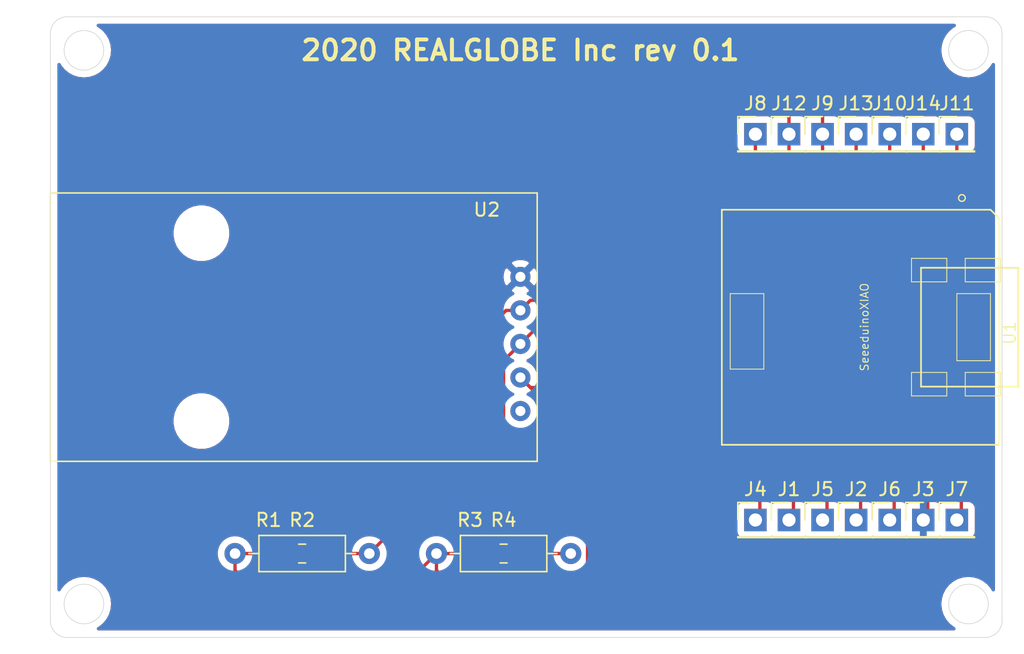
<source format=kicad_pcb>
(kicad_pcb (version 20171130) (host pcbnew "(5.1.2-1)-1")
  (layers (0 F.Cu signal) (31 B.Cu signal) (34 B.Paste user) (35 F.Paste user) (36 B.SilkS user) (37 F.SilkS user) (38 B.Mask user) (39 F.Mask user) (44 Edge.Cuts user))
  (net 0 "")
  (net 1 "Net-(J1-Pad1)")
  (net 2 "Net-(J2-Pad1)")
  (net 3 GND)
  (net 4 "Net-(J4-Pad1)")
  (net 5 "Net-(J5-Pad1)")
  (net 6 "Net-(J7-Pad1)")
  (net 7 "Net-(J8-Pad1)")
  (net 8 "Net-(J9-Pad1)")
  (net 9 "Net-(J10-Pad1)")
  (net 10 "Net-(J11-Pad1)")
  (net 11 "Net-(J12-Pad1)")
  (net 12 "Net-(J13-Pad1)")
  (net 13 "Net-(J14-Pad1)")
  (net 14 +3V3)
  (net 15 "Net-(U1-Pad15)")
  (net 16 "Net-(U1-Pad16)")
  (net 17 "Net-(U1-Pad17)")
  (net 18 "Net-(U1-Pad18)")
  (net 19 "Net-(U1-Pad19)")
  (net 20 "Net-(U1-Pad20)")
  (net 21 "Net-(U2-Pad5)")
  (module ina226:ina226 (layer F.Cu) (at 36.83 70.49)
    (fp_text reference U2 (at 33.02 -19.05) (layer F.SilkS))
    (fp_text value INA226)
    (fp_line (start 0 -20.32) (end 0 0) (layer F.SilkS) (width 0.12))
    (fp_line (start 36.83 -20.32) (end 0 -20.32) (layer F.SilkS) (width 0.12))
    (fp_line (start 36.83 0) (end 36.83 -20.32) (layer F.SilkS) (width 0.12))
    (fp_line (start 0 0) (end 36.83 0) (layer F.SilkS) (width 0.12))
    (pad "" np_thru_hole circle (at 11.43 -17.272) (size 3.2 3.2) (drill 3.2) (layers *.Cu *.Mask))
    (pad "" np_thru_hole circle (at 11.43 -3.048) (size 3.2 3.2) (drill 3.2) (layers *.Cu *.Mask))
    (pad 1 thru_hole circle (at 35.56 -13.97) (size 1.524 1.524) (drill 0.762) (layers *.Cu *.Mask) (net 3 GND))
    (pad 2 thru_hole circle (at 35.56 -11.43) (size 1.524 1.524) (drill 0.762) (layers *.Cu *.Mask) (net 8 "Net-(J9-Pad1)"))
    (pad 3 thru_hole circle (at 35.56 -8.89) (size 1.524 1.524) (drill 0.762) (layers *.Cu *.Mask) (net 11 "Net-(J12-Pad1)"))
    (pad 4 thru_hole circle (at 35.56 -6.35) (size 1.524 1.524) (drill 0.762) (layers *.Cu *.Mask) (net 14 +3V3))
    (pad 5 thru_hole circle (at 35.56 -3.81) (size 1.524 1.524) (drill 0.762) (layers *.Cu *.Mask) (net 21 "Net-(U2-Pad5)"))
  )
  (module Connector_PinHeader_2.54mm:PinHeader_1x01_P2.54mm_Vertical (layer F.Cu) (at 92.71 74.93)
    (fp_text reference J1 (at 0 -2.33) (layer F.SilkS))
    (fp_text value Conn_01x01)
    (fp_line (start -1.33 1.33) (end 1.33 1.33) (layer F.SilkS) (width 0.12))
    (fp_line (start -1.33 1.27) (end -1.33 1.33) (layer F.SilkS) (width 0.12))
    (fp_line (start 1.33 1.27) (end 1.33 1.33) (layer F.SilkS) (width 0.12))
    (fp_line (start -1.33 1.27) (end 1.33 1.27) (layer F.SilkS) (width 0.12))
    (fp_line (start -1.33 0) (end -1.33 -1.33) (layer F.SilkS) (width 0.12))
    (fp_line (start -1.33 -1.33) (end 0 -1.33) (layer F.SilkS) (width 0.12))
    (pad 1 thru_hole rect (at 0 0) (size 1.7 1.7) (drill 1) (layers *.Cu *.Mask) (net 1 "Net-(J1-Pad1)"))
  )
  (module Connector_PinHeader_2.54mm:PinHeader_1x01_P2.54mm_Vertical (layer F.Cu) (at 97.79 74.93)
    (fp_text reference J2 (at 0 -2.33) (layer F.SilkS))
    (fp_text value Conn_01x01)
    (fp_line (start -1.33 1.33) (end 1.33 1.33) (layer F.SilkS) (width 0.12))
    (fp_line (start -1.33 1.27) (end -1.33 1.33) (layer F.SilkS) (width 0.12))
    (fp_line (start 1.33 1.27) (end 1.33 1.33) (layer F.SilkS) (width 0.12))
    (fp_line (start -1.33 1.27) (end 1.33 1.27) (layer F.SilkS) (width 0.12))
    (fp_line (start -1.33 0) (end -1.33 -1.33) (layer F.SilkS) (width 0.12))
    (fp_line (start -1.33 -1.33) (end 0 -1.33) (layer F.SilkS) (width 0.12))
    (pad 1 thru_hole rect (at 0 0) (size 1.7 1.7) (drill 1) (layers *.Cu *.Mask) (net 2 "Net-(J2-Pad1)"))
  )
  (module Connector_PinHeader_2.54mm:PinHeader_1x01_P2.54mm_Vertical (layer F.Cu) (at 102.87 74.93)
    (fp_text reference J3 (at 0 -2.33) (layer F.SilkS))
    (fp_text value Conn_01x01)
    (fp_line (start -1.33 1.33) (end 1.33 1.33) (layer F.SilkS) (width 0.12))
    (fp_line (start -1.33 1.27) (end -1.33 1.33) (layer F.SilkS) (width 0.12))
    (fp_line (start 1.33 1.27) (end 1.33 1.33) (layer F.SilkS) (width 0.12))
    (fp_line (start -1.33 1.27) (end 1.33 1.27) (layer F.SilkS) (width 0.12))
    (fp_line (start -1.33 0) (end -1.33 -1.33) (layer F.SilkS) (width 0.12))
    (fp_line (start -1.33 -1.33) (end 0 -1.33) (layer F.SilkS) (width 0.12))
    (pad 1 thru_hole rect (at 0 0) (size 1.7 1.7) (drill 1) (layers *.Cu *.Mask) (net 3 GND))
  )
  (module Connector_PinHeader_2.54mm:PinHeader_1x01_P2.54mm_Vertical (layer F.Cu) (at 90.17 74.93)
    (fp_text reference J4 (at 0 -2.33) (layer F.SilkS))
    (fp_text value Conn_01x01)
    (fp_line (start -1.33 -1.33) (end 0 -1.33) (layer F.SilkS) (width 0.12))
    (fp_line (start -1.33 0) (end -1.33 -1.33) (layer F.SilkS) (width 0.12))
    (fp_line (start -1.33 1.27) (end 1.33 1.27) (layer F.SilkS) (width 0.12))
    (fp_line (start 1.33 1.27) (end 1.33 1.33) (layer F.SilkS) (width 0.12))
    (fp_line (start -1.33 1.27) (end -1.33 1.33) (layer F.SilkS) (width 0.12))
    (fp_line (start -1.33 1.33) (end 1.33 1.33) (layer F.SilkS) (width 0.12))
    (pad 1 thru_hole rect (at 0 0) (size 1.7 1.7) (drill 1) (layers *.Cu *.Mask) (net 4 "Net-(J4-Pad1)"))
  )
  (module Connector_PinHeader_2.54mm:PinHeader_1x01_P2.54mm_Vertical (layer F.Cu) (at 95.25 74.93)
    (fp_text reference J5 (at 0 -2.33) (layer F.SilkS))
    (fp_text value Conn_01x01)
    (fp_line (start -1.33 -1.33) (end 0 -1.33) (layer F.SilkS) (width 0.12))
    (fp_line (start -1.33 0) (end -1.33 -1.33) (layer F.SilkS) (width 0.12))
    (fp_line (start -1.33 1.27) (end 1.33 1.27) (layer F.SilkS) (width 0.12))
    (fp_line (start 1.33 1.27) (end 1.33 1.33) (layer F.SilkS) (width 0.12))
    (fp_line (start -1.33 1.27) (end -1.33 1.33) (layer F.SilkS) (width 0.12))
    (fp_line (start -1.33 1.33) (end 1.33 1.33) (layer F.SilkS) (width 0.12))
    (pad 1 thru_hole rect (at 0 0) (size 1.7 1.7) (drill 1) (layers *.Cu *.Mask) (net 5 "Net-(J5-Pad1)"))
  )
  (module Connector_PinHeader_2.54mm:PinHeader_1x01_P2.54mm_Vertical (layer F.Cu) (at 100.33 74.93)
    (fp_text reference J6 (at 0 -2.33) (layer F.SilkS))
    (fp_text value Conn_01x01)
    (fp_line (start -1.33 -1.33) (end 0 -1.33) (layer F.SilkS) (width 0.12))
    (fp_line (start -1.33 0) (end -1.33 -1.33) (layer F.SilkS) (width 0.12))
    (fp_line (start -1.33 1.27) (end 1.33 1.27) (layer F.SilkS) (width 0.12))
    (fp_line (start 1.33 1.27) (end 1.33 1.33) (layer F.SilkS) (width 0.12))
    (fp_line (start -1.33 1.27) (end -1.33 1.33) (layer F.SilkS) (width 0.12))
    (fp_line (start -1.33 1.33) (end 1.33 1.33) (layer F.SilkS) (width 0.12))
    (pad 1 thru_hole rect (at 0 0) (size 1.7 1.7) (drill 1) (layers *.Cu *.Mask) (net 14 +3V3))
  )
  (module Connector_PinHeader_2.54mm:PinHeader_1x01_P2.54mm_Vertical (layer F.Cu) (at 105.41 74.93)
    (fp_text reference J7 (at 0 -2.33) (layer F.SilkS))
    (fp_text value Conn_01x01)
    (fp_line (start -1.33 -1.33) (end 0 -1.33) (layer F.SilkS) (width 0.12))
    (fp_line (start -1.33 0) (end -1.33 -1.33) (layer F.SilkS) (width 0.12))
    (fp_line (start -1.33 1.27) (end 1.33 1.27) (layer F.SilkS) (width 0.12))
    (fp_line (start 1.33 1.27) (end 1.33 1.33) (layer F.SilkS) (width 0.12))
    (fp_line (start -1.33 1.27) (end -1.33 1.33) (layer F.SilkS) (width 0.12))
    (fp_line (start -1.33 1.33) (end 1.33 1.33) (layer F.SilkS) (width 0.12))
    (pad 1 thru_hole rect (at 0 0) (size 1.7 1.7) (drill 1) (layers *.Cu *.Mask) (net 6 "Net-(J7-Pad1)"))
  )
  (module Connector_PinHeader_2.54mm:PinHeader_1x01_P2.54mm_Vertical (layer F.Cu) (at 90.17 45.72)
    (fp_text reference J8 (at 0 -2.33) (layer F.SilkS))
    (fp_text value Conn_01x01)
    (fp_line (start -1.33 1.33) (end 1.33 1.33) (layer F.SilkS) (width 0.12))
    (fp_line (start -1.33 1.27) (end -1.33 1.33) (layer F.SilkS) (width 0.12))
    (fp_line (start 1.33 1.27) (end 1.33 1.33) (layer F.SilkS) (width 0.12))
    (fp_line (start -1.33 1.27) (end 1.33 1.27) (layer F.SilkS) (width 0.12))
    (fp_line (start -1.33 0) (end -1.33 -1.33) (layer F.SilkS) (width 0.12))
    (fp_line (start -1.33 -1.33) (end 0 -1.33) (layer F.SilkS) (width 0.12))
    (pad 1 thru_hole rect (at 0 0) (size 1.7 1.7) (drill 1) (layers *.Cu *.Mask) (net 7 "Net-(J8-Pad1)"))
  )
  (module Connector_PinHeader_2.54mm:PinHeader_1x01_P2.54mm_Vertical (layer F.Cu) (at 95.25 45.72)
    (fp_text reference J9 (at 0 -2.33) (layer F.SilkS))
    (fp_text value Conn_01x01)
    (fp_line (start -1.33 1.33) (end 1.33 1.33) (layer F.SilkS) (width 0.12))
    (fp_line (start -1.33 1.27) (end -1.33 1.33) (layer F.SilkS) (width 0.12))
    (fp_line (start 1.33 1.27) (end 1.33 1.33) (layer F.SilkS) (width 0.12))
    (fp_line (start -1.33 1.27) (end 1.33 1.27) (layer F.SilkS) (width 0.12))
    (fp_line (start -1.33 0) (end -1.33 -1.33) (layer F.SilkS) (width 0.12))
    (fp_line (start -1.33 -1.33) (end 0 -1.33) (layer F.SilkS) (width 0.12))
    (pad 1 thru_hole rect (at 0 0) (size 1.7 1.7) (drill 1) (layers *.Cu *.Mask) (net 8 "Net-(J9-Pad1)"))
  )
  (module Connector_PinHeader_2.54mm:PinHeader_1x01_P2.54mm_Vertical (layer F.Cu) (at 100.33 45.72)
    (fp_text reference J10 (at 0 -2.33) (layer F.SilkS))
    (fp_text value Conn_01x01)
    (fp_line (start -1.33 1.33) (end 1.33 1.33) (layer F.SilkS) (width 0.12))
    (fp_line (start -1.33 1.27) (end -1.33 1.33) (layer F.SilkS) (width 0.12))
    (fp_line (start 1.33 1.27) (end 1.33 1.33) (layer F.SilkS) (width 0.12))
    (fp_line (start -1.33 1.27) (end 1.33 1.27) (layer F.SilkS) (width 0.12))
    (fp_line (start -1.33 0) (end -1.33 -1.33) (layer F.SilkS) (width 0.12))
    (fp_line (start -1.33 -1.33) (end 0 -1.33) (layer F.SilkS) (width 0.12))
    (pad 1 thru_hole rect (at 0 0) (size 1.7 1.7) (drill 1) (layers *.Cu *.Mask) (net 9 "Net-(J10-Pad1)"))
  )
  (module Connector_PinHeader_2.54mm:PinHeader_1x01_P2.54mm_Vertical (layer F.Cu) (at 105.41 45.72)
    (fp_text reference J11 (at 0 -2.33) (layer F.SilkS))
    (fp_text value Conn_01x01)
    (fp_line (start -1.33 1.33) (end 1.33 1.33) (layer F.SilkS) (width 0.12))
    (fp_line (start -1.33 1.27) (end -1.33 1.33) (layer F.SilkS) (width 0.12))
    (fp_line (start 1.33 1.27) (end 1.33 1.33) (layer F.SilkS) (width 0.12))
    (fp_line (start -1.33 1.27) (end 1.33 1.27) (layer F.SilkS) (width 0.12))
    (fp_line (start -1.33 0) (end -1.33 -1.33) (layer F.SilkS) (width 0.12))
    (fp_line (start -1.33 -1.33) (end 0 -1.33) (layer F.SilkS) (width 0.12))
    (pad 1 thru_hole rect (at 0 0) (size 1.7 1.7) (drill 1) (layers *.Cu *.Mask) (net 10 "Net-(J11-Pad1)"))
  )
  (module Connector_PinHeader_2.54mm:PinHeader_1x01_P2.54mm_Vertical (layer F.Cu) (at 92.71 45.72)
    (fp_text reference J12 (at 0 -2.33) (layer F.SilkS))
    (fp_text value Conn_01x01)
    (fp_line (start -1.33 -1.33) (end 0 -1.33) (layer F.SilkS) (width 0.12))
    (fp_line (start -1.33 0) (end -1.33 -1.33) (layer F.SilkS) (width 0.12))
    (fp_line (start -1.33 1.27) (end 1.33 1.27) (layer F.SilkS) (width 0.12))
    (fp_line (start 1.33 1.27) (end 1.33 1.33) (layer F.SilkS) (width 0.12))
    (fp_line (start -1.33 1.27) (end -1.33 1.33) (layer F.SilkS) (width 0.12))
    (fp_line (start -1.33 1.33) (end 1.33 1.33) (layer F.SilkS) (width 0.12))
    (pad 1 thru_hole rect (at 0 0) (size 1.7 1.7) (drill 1) (layers *.Cu *.Mask) (net 11 "Net-(J12-Pad1)"))
  )
  (module Connector_PinHeader_2.54mm:PinHeader_1x01_P2.54mm_Vertical (layer F.Cu) (at 97.79 45.72)
    (fp_text reference J13 (at 0 -2.33) (layer F.SilkS))
    (fp_text value Conn_01x01)
    (fp_line (start -1.33 -1.33) (end 0 -1.33) (layer F.SilkS) (width 0.12))
    (fp_line (start -1.33 0) (end -1.33 -1.33) (layer F.SilkS) (width 0.12))
    (fp_line (start -1.33 1.27) (end 1.33 1.27) (layer F.SilkS) (width 0.12))
    (fp_line (start 1.33 1.27) (end 1.33 1.33) (layer F.SilkS) (width 0.12))
    (fp_line (start -1.33 1.27) (end -1.33 1.33) (layer F.SilkS) (width 0.12))
    (fp_line (start -1.33 1.33) (end 1.33 1.33) (layer F.SilkS) (width 0.12))
    (pad 1 thru_hole rect (at 0 0) (size 1.7 1.7) (drill 1) (layers *.Cu *.Mask) (net 12 "Net-(J13-Pad1)"))
  )
  (module Connector_PinHeader_2.54mm:PinHeader_1x01_P2.54mm_Vertical (layer F.Cu) (at 102.87 45.72)
    (fp_text reference J14 (at 0 -2.33) (layer F.SilkS))
    (fp_text value Conn_01x01)
    (fp_line (start -1.33 -1.33) (end 0 -1.33) (layer F.SilkS) (width 0.12))
    (fp_line (start -1.33 0) (end -1.33 -1.33) (layer F.SilkS) (width 0.12))
    (fp_line (start -1.33 1.27) (end 1.33 1.27) (layer F.SilkS) (width 0.12))
    (fp_line (start 1.33 1.27) (end 1.33 1.33) (layer F.SilkS) (width 0.12))
    (fp_line (start -1.33 1.27) (end -1.33 1.33) (layer F.SilkS) (width 0.12))
    (fp_line (start -1.33 1.33) (end 1.33 1.33) (layer F.SilkS) (width 0.12))
    (pad 1 thru_hole rect (at 0 0) (size 1.7 1.7) (drill 1) (layers *.Cu *.Mask) (net 13 "Net-(J14-Pad1)"))
  )
  (module Resistor_THT:R_Axial_DIN0207_L6.3mm_D2.5mm_P10.16mm_Horizontal (layer F.Cu) (at 50.8 77.47)
    (fp_text reference R1 (at 2.54 -2.54) (layer F.SilkS))
    (fp_text value R)
    (fp_line (start 1.81 -1.37) (end 1.81 1.37) (layer F.SilkS) (width 0.12))
    (fp_line (start 1.81 1.37) (end 8.35 1.37) (layer F.SilkS) (width 0.12))
    (fp_line (start 8.35 1.37) (end 8.35 -1.37) (layer F.SilkS) (width 0.12))
    (fp_line (start 8.35 -1.37) (end 1.81 -1.37) (layer F.SilkS) (width 0.12))
    (fp_line (start 1.04 0) (end 1.81 0) (layer F.SilkS) (width 0.12))
    (fp_line (start 9.12 0) (end 8.35 0) (layer F.SilkS) (width 0.12))
    (pad 1 thru_hole circle (at 0 0) (size 1.6 1.6) (drill 0.8) (layers *.Cu *.Mask) (net 14 +3V3))
    (pad 2 thru_hole oval (at 10.16 0) (size 1.6 1.6) (drill 0.8) (layers *.Cu *.Mask) (net 8 "Net-(J9-Pad1)"))
  )
  (module Resistor_SMD:R_0805_2012Metric_Pad1.15x1.40mm_HandSolder (layer F.Cu) (at 55.88 77.47)
    (fp_text reference R2 (at 0 -2.54) (layer F.SilkS))
    (fp_text value R)
    (fp_line (start -0.261252 0.71) (end 0.261252 0.71) (layer F.SilkS) (width 0.12))
    (fp_line (start -0.261252 -0.71) (end 0.261252 -0.71) (layer F.SilkS) (width 0.12))
    (pad 2 smd roundrect (at 1.025 0) (size 1.15 1.4) (layers F.Cu F.Paste F.Mask) (roundrect_rratio 0.217391) (net 8 "Net-(J9-Pad1)"))
    (pad 1 smd roundrect (at -1.025 0) (size 1.15 1.4) (layers F.Cu F.Paste F.Mask) (roundrect_rratio 0.217391) (net 14 +3V3))
  )
  (module Resistor_THT:R_Axial_DIN0207_L6.3mm_D2.5mm_P10.16mm_Horizontal (layer F.Cu) (at 66.04 77.47)
    (fp_text reference R3 (at 2.54 -2.54) (layer F.SilkS))
    (fp_text value R)
    (fp_line (start 1.81 -1.37) (end 1.81 1.37) (layer F.SilkS) (width 0.12))
    (fp_line (start 1.81 1.37) (end 8.35 1.37) (layer F.SilkS) (width 0.12))
    (fp_line (start 8.35 1.37) (end 8.35 -1.37) (layer F.SilkS) (width 0.12))
    (fp_line (start 8.35 -1.37) (end 1.81 -1.37) (layer F.SilkS) (width 0.12))
    (fp_line (start 1.04 0) (end 1.81 0) (layer F.SilkS) (width 0.12))
    (fp_line (start 9.12 0) (end 8.35 0) (layer F.SilkS) (width 0.12))
    (pad 1 thru_hole circle (at 0 0) (size 1.6 1.6) (drill 0.8) (layers *.Cu *.Mask) (net 14 +3V3))
    (pad 2 thru_hole oval (at 10.16 0) (size 1.6 1.6) (drill 0.8) (layers *.Cu *.Mask) (net 11 "Net-(J12-Pad1)"))
  )
  (module Resistor_SMD:R_0805_2012Metric_Pad1.15x1.40mm_HandSolder (layer F.Cu) (at 71.12 77.47)
    (fp_text reference R4 (at 0 -2.54) (layer F.SilkS))
    (fp_text value R)
    (fp_line (start -0.261252 0.71) (end 0.261252 0.71) (layer F.SilkS) (width 0.12))
    (fp_line (start -0.261252 -0.71) (end 0.261252 -0.71) (layer F.SilkS) (width 0.12))
    (pad 2 smd roundrect (at 1.025 0) (size 1.15 1.4) (layers F.Cu F.Paste F.Mask) (roundrect_rratio 0.217391) (net 11 "Net-(J12-Pad1)"))
    (pad 1 smd roundrect (at -1.025 0) (size 1.15 1.4) (layers F.Cu F.Paste F.Mask) (roundrect_rratio 0.217391) (net 14 +3V3))
  )
  (module "Seeeduino XIAO:Seeeduino XIAO-MOUDLE14P-2.54-21X17.8MM" (layer F.Cu) (at 87.63 51.44 270)
    (fp_text reference U1 (at 9.3345 -21.7805 90) (layer F.SilkS) (effects (font (size 0.889 0.889) (thickness 0.1016))))
    (fp_text value SeeeduinoXIAO (at 8.89 -10.795 90) (layer F.SilkS) (effects (font (size 0.6096 0.6096) (thickness 0.0762))))
    (fp_circle (center -0.889 -18.161) (end -0.889 -18.415) (layer F.SilkS) (width 0.1))
    (fp_line (start 4.3942 -15.06982) (end 4.3942 -22.42312) (layer F.SilkS) (width 0.127))
    (fp_line (start 13.39342 -15.06982) (end 4.3942 -15.06982) (layer F.SilkS) (width 0.127))
    (fp_line (start 13.39342 -22.42312) (end 13.39342 -15.06982) (layer F.SilkS) (width 0.127))
    (fp_line (start 4.39928 -22.42312) (end 13.39342 -22.42312) (layer F.SilkS) (width 0.127))
    (fp_line (start 0 -20.32762) (end 0 0) (layer F.SilkS) (width 0.127))
    (fp_line (start 0.67056 -20.99818) (end 0 -20.32762) (layer F.SilkS) (width 0.127))
    (fp_line (start 17.79778 -20.99818) (end 0.67056 -20.99818) (layer F.SilkS) (width 0.127))
    (fp_line (start 17.79778 0) (end 17.79778 -20.99818) (layer F.SilkS) (width 0.127))
    (fp_line (start 0 0) (end 17.79778 0) (layer F.SilkS) (width 0.127))
    (fp_line (start 12.319 -18.415) (end 12.319 -21.082) (layer F.SilkS) (width 0.06604))
    (fp_line (start 12.319 -21.082) (end 14.097 -21.082) (layer F.SilkS) (width 0.06604))
    (fp_line (start 14.097 -18.415) (end 14.097 -21.082) (layer F.SilkS) (width 0.06604))
    (fp_line (start 12.319 -18.415) (end 14.097 -18.415) (layer F.SilkS) (width 0.06604))
    (fp_line (start 12.319 -14.34846) (end 12.319 -17.018) (layer F.SilkS) (width 0.06604))
    (fp_line (start 12.319 -17.018) (end 14.097 -17.018) (layer F.SilkS) (width 0.06604))
    (fp_line (start 14.097 -14.34846) (end 14.097 -17.018) (layer F.SilkS) (width 0.06604))
    (fp_line (start 12.319 -14.34846) (end 14.097 -14.34846) (layer F.SilkS) (width 0.06604))
    (fp_line (start 3.683 -14.34846) (end 3.683 -17.018) (layer F.SilkS) (width 0.06604))
    (fp_line (start 3.683 -17.018) (end 5.461 -17.018) (layer F.SilkS) (width 0.06604))
    (fp_line (start 5.461 -14.34846) (end 5.461 -17.018) (layer F.SilkS) (width 0.06604))
    (fp_line (start 3.683 -14.34846) (end 5.461 -14.34846) (layer F.SilkS) (width 0.06604))
    (fp_line (start 3.683 -18.415) (end 3.683 -21.082) (layer F.SilkS) (width 0.06604))
    (fp_line (start 3.683 -21.082) (end 5.461 -21.082) (layer F.SilkS) (width 0.06604))
    (fp_line (start 5.461 -18.415) (end 5.461 -21.082) (layer F.SilkS) (width 0.06604))
    (fp_line (start 3.683 -18.415) (end 5.461 -18.415) (layer F.SilkS) (width 0.06604))
    (fp_line (start 6.35 -0.635) (end 6.35 -3.175) (layer F.SilkS) (width 0.06604))
    (fp_line (start 6.35 -3.175) (end 12.065 -3.175) (layer F.SilkS) (width 0.06604))
    (fp_line (start 12.065 -0.635) (end 12.065 -3.175) (layer F.SilkS) (width 0.06604))
    (fp_line (start 6.35 -0.635) (end 12.065 -0.635) (layer F.SilkS) (width 0.06604))
    (fp_line (start 6.35 -17.78) (end 6.35 -20.32) (layer F.SilkS) (width 0.06604))
    (fp_line (start 6.35 -20.32) (end 11.43 -20.32) (layer F.SilkS) (width 0.06604))
    (fp_line (start 11.43 -17.78) (end 11.43 -20.32) (layer F.SilkS) (width 0.06604))
    (fp_line (start 6.35 -17.78) (end 11.43 -17.78) (layer F.SilkS) (width 0.06604))
    (pad 14 smd oval (at 16.99768 -18.11782 270) (size 2.74828 1.99898) (layers F.Cu F.Paste F.Mask) (net 6 "Net-(J7-Pad1)"))
    (pad 13 smd oval (at 16.99768 -15.57782 270) (size 2.74828 1.99898) (layers F.Cu F.Paste F.Mask) (net 3 GND))
    (pad 12 smd oval (at 16.99768 -13.03782 270) (size 2.74828 1.99898) (layers F.Cu F.Paste F.Mask) (net 14 +3V3))
    (pad 11 smd oval (at 16.99768 -10.49782 270) (size 2.74828 1.99898) (layers F.Cu F.Paste F.Mask) (net 2 "Net-(J2-Pad1)"))
    (pad 10 smd oval (at 16.99768 -7.95782 270) (size 2.74828 1.99898) (layers F.Cu F.Paste F.Mask) (net 5 "Net-(J5-Pad1)"))
    (pad 9 smd oval (at 16.99768 -5.41782 270) (size 2.74828 1.99898) (layers F.Cu F.Paste F.Mask) (net 1 "Net-(J1-Pad1)"))
    (pad 8 smd oval (at 16.99768 -2.87782 270) (size 2.74828 1.99898) (layers F.Cu F.Paste F.Mask) (net 4 "Net-(J4-Pad1)"))
    (pad 7 smd oval (at 0.83312 -2.87782 270) (size 2.74828 1.99898) (layers F.Cu F.Paste F.Mask) (net 7 "Net-(J8-Pad1)"))
    (pad 6 smd oval (at 0.83312 -5.41782 270) (size 2.74828 1.99898) (layers F.Cu F.Paste F.Mask) (net 11 "Net-(J12-Pad1)"))
    (pad 5 smd oval (at 0.83312 -7.95782 270) (size 2.74828 1.99898) (layers F.Cu F.Paste F.Mask) (net 8 "Net-(J9-Pad1)"))
    (pad 4 smd oval (at 0.83312 -10.49782 270) (size 2.74828 1.99898) (layers F.Cu F.Paste F.Mask) (net 12 "Net-(J13-Pad1)"))
    (pad 3 smd oval (at 0.83312 -13.03782 270) (size 2.74828 1.99898) (layers F.Cu F.Paste F.Mask) (net 9 "Net-(J10-Pad1)"))
    (pad 2 smd oval (at 0.83312 -15.57782 270) (size 2.74828 1.99898) (layers F.Cu F.Paste F.Mask) (net 13 "Net-(J14-Pad1)"))
    (pad 1 smd oval (at 0.83312 -18.11782 270) (size 2.74828 1.99898) (layers F.Cu F.Paste F.Mask) (net 10 "Net-(J11-Pad1)"))
    (pad 15 smd oval (at 7.7 -1.8) (size 2.032 1.016) (layers F.Cu F.Paste F.Mask) (net 15 "Net-(U1-Pad15)"))
    (pad 16 smd oval (at 10.25 -1.8) (size 2.032 1.016) (layers F.Cu F.Paste F.Mask) (net 16 "Net-(U1-Pad16)"))
    (pad 17 smd circle (at 7.698803 -18.804187) (size 1.143 1.143) (layers F.Cu F.Paste F.Mask) (net 17 "Net-(U1-Pad17)"))
    (pad 18 smd circle (at 10.238803 -18.804187) (size 1.143 1.143) (layers F.Cu F.Paste F.Mask) (net 18 "Net-(U1-Pad18)"))
    (pad 19 smd circle (at 7.698803 -16.264187) (size 1.143 1.143) (layers F.Cu F.Paste F.Mask) (net 19 "Net-(U1-Pad19)"))
    (pad 20 smd circle (at 10.238803 -16.264187) (size 1.143 1.143) (layers F.Cu F.Paste F.Mask) (net 20 "Net-(U1-Pad20)"))
  )
  (gr_text "2020 REALGLOBE Inc rev 0.1" (at 72.39 39.37) (layer F.SilkS) (effects (font (size 1.5 1.5) (thickness 0.3))))
  (gr_arc (start 107.56 38.1) (end 108.83 38.1) (angle -90) (layer Edge.Cuts) (width 0.05))
  (gr_circle (center 106.29 81.29) (end 107.79 81.29) (layer Edge.Cuts) (width 0.05))
  (gr_circle (center 106.29 39.37) (end 107.79 39.37) (layer Edge.Cuts) (width 0.05))
  (gr_circle (center 39.37 81.29) (end 40.87 81.29) (layer Edge.Cuts) (width 0.05))
  (gr_arc (start 107.56 82.55) (end 107.56 83.82) (angle -90) (layer Edge.Cuts) (width 0.05))
  (gr_arc (start 38.1 82.55) (end 36.83 82.55) (angle -90) (layer Edge.Cuts) (width 0.05))
  (gr_line (start 38.1 36.83) (end 107.56 36.83) (layer Edge.Cuts) (width 0.05))
  (gr_arc (start 38.1 38.1) (end 38.1 36.83) (angle -90) (layer Edge.Cuts) (width 0.05))
  (gr_circle (center 39.37 39.37) (end 40.87 39.37) (layer Edge.Cuts) (width 0.05))
  (gr_line (start 108.83 38.1) (end 108.83 82.55) (layer Edge.Cuts) (width 0.05))
  (gr_line (start 38.1 83.82) (end 107.56 83.82) (layer Edge.Cuts) (width 0.05))
  (gr_line (start 36.83 38.1) (end 36.83 82.55) (layer Edge.Cuts) (width 0.05))
  (segment (start 93.04782 74.59218) (end 92.71 74.93) (width 0.25) (layer F.Cu) (net 1))
  (segment (start 93.04782 68.43768) (end 93.04782 74.59218) (width 0.25) (layer F.Cu) (net 1))
  (segment (start 98.12782 74.59218) (end 97.79 74.93) (width 0.25) (layer F.Cu) (net 2))
  (segment (start 98.12782 68.43768) (end 98.12782 74.59218) (width 0.25) (layer F.Cu) (net 2))
  (segment (start 103.20782 74.59218) (end 102.87 74.93) (width 0.25) (layer F.Cu) (net 3))
  (segment (start 103.20782 68.43768) (end 103.20782 74.59218) (width 0.25) (layer F.Cu) (net 3))
  (segment (start 103.20782 68.06303) (end 103.20782 68.43768) (width 0.25) (layer F.Cu) (net 3))
  (segment (start 90.50782 74.59218) (end 90.17 74.93) (width 0.25) (layer F.Cu) (net 4))
  (segment (start 90.50782 68.43768) (end 90.50782 74.59218) (width 0.25) (layer F.Cu) (net 4))
  (segment (start 95.58782 74.59218) (end 95.25 74.93) (width 0.25) (layer F.Cu) (net 5))
  (segment (start 95.58782 68.43768) (end 95.58782 74.59218) (width 0.25) (layer F.Cu) (net 5))
  (segment (start 105.74782 74.59218) (end 105.41 74.93) (width 0.25) (layer F.Cu) (net 6))
  (segment (start 105.74782 68.43768) (end 105.74782 74.59218) (width 0.25) (layer F.Cu) (net 6))
  (segment (start 90.17 51.9353) (end 90.50782 52.27312) (width 0.25) (layer F.Cu) (net 7))
  (segment (start 90.17 45.72) (end 90.17 51.9353) (width 0.25) (layer F.Cu) (net 7))
  (segment (start 95.25 51.9353) (end 95.58782 52.27312) (width 0.25) (layer F.Cu) (net 8))
  (segment (start 95.25 45.72) (end 95.25 51.9353) (width 0.25) (layer F.Cu) (net 8))
  (segment (start 95.58782 52.27312) (end 95.58782 52.64777) (width 0.25) (layer F.Cu) (net 8))
  (segment (start 56.905 77.47) (end 60.96 77.47) (width 0.25) (layer F.Cu) (net 8))
  (segment (start 86.36 41.91) (end 93.98 41.91) (width 0.25) (layer F.Cu) (net 8))
  (segment (start 83.82 44.45) (end 86.36 41.91) (width 0.25) (layer F.Cu) (net 8))
  (segment (start 73.66 58.42) (end 83.82 48.26) (width 0.25) (layer F.Cu) (net 8))
  (segment (start 73.151999 58.298001) (end 73.538001 58.298001) (width 0.25) (layer F.Cu) (net 8))
  (segment (start 95.25 43.18) (end 95.25 45.72) (width 0.25) (layer F.Cu) (net 8))
  (segment (start 83.82 48.26) (end 83.82 44.45) (width 0.25) (layer F.Cu) (net 8))
  (segment (start 73.538001 58.298001) (end 73.66 58.42) (width 0.25) (layer F.Cu) (net 8))
  (segment (start 93.98 41.91) (end 95.25 43.18) (width 0.25) (layer F.Cu) (net 8))
  (segment (start 72.39 59.06) (end 73.151999 58.298001) (width 0.25) (layer F.Cu) (net 8))
  (segment (start 64.77 73.66) (end 60.96 77.47) (width 0.25) (layer F.Cu) (net 8))
  (segment (start 69.85 72.39) (end 68.58 73.66) (width 0.25) (layer F.Cu) (net 8))
  (segment (start 69.85 60.52237) (end 69.85 72.39) (width 0.25) (layer F.Cu) (net 8))
  (segment (start 68.58 73.66) (end 64.77 73.66) (width 0.25) (layer F.Cu) (net 8))
  (segment (start 71.31237 59.06) (end 69.85 60.52237) (width 0.25) (layer F.Cu) (net 8))
  (segment (start 72.39 59.06) (end 71.31237 59.06) (width 0.25) (layer F.Cu) (net 8))
  (segment (start 100.33 51.9353) (end 100.66782 52.27312) (width 0.25) (layer F.Cu) (net 9))
  (segment (start 100.33 45.72) (end 100.33 51.9353) (width 0.25) (layer F.Cu) (net 9))
  (segment (start 105.41 51.9353) (end 105.74782 52.27312) (width 0.25) (layer F.Cu) (net 10))
  (segment (start 105.41 45.72) (end 105.41 51.9353) (width 0.25) (layer F.Cu) (net 10))
  (segment (start 92.71 51.9353) (end 93.04782 52.27312) (width 0.25) (layer F.Cu) (net 11))
  (segment (start 92.71 45.72) (end 92.71 51.9353) (width 0.25) (layer F.Cu) (net 11))
  (segment (start 93.04782 52.64777) (end 93.04782 52.27312) (width 0.25) (layer F.Cu) (net 11))
  (segment (start 72.145 77.47) (end 76.2 77.47) (width 0.25) (layer F.Cu) (net 11))
  (segment (start 71.521628 76.846628) (end 72.145 77.47) (width 0.25) (layer F.Cu) (net 11))
  (segment (start 71.12 76.445) (end 71.521628 76.846628) (width 0.25) (layer F.Cu) (net 11))
  (segment (start 71.12 62.87) (end 71.12 76.445) (width 0.25) (layer F.Cu) (net 11))
  (segment (start 72.39 61.6) (end 71.12 62.87) (width 0.25) (layer F.Cu) (net 11))
  (segment (start 72.39 61.6) (end 85.09 48.9) (width 0.25) (layer F.Cu) (net 11))
  (segment (start 85.09 48.9) (end 85.09 45.72) (width 0.25) (layer F.Cu) (net 11))
  (segment (start 85.09 45.72) (end 87.63 43.18) (width 0.25) (layer F.Cu) (net 11))
  (segment (start 87.63 43.18) (end 91.44 43.18) (width 0.25) (layer F.Cu) (net 11))
  (segment (start 92.71 44.45) (end 92.71 45.72) (width 0.25) (layer F.Cu) (net 11))
  (segment (start 91.44 43.18) (end 92.71 44.45) (width 0.25) (layer F.Cu) (net 11))
  (segment (start 97.79 51.9353) (end 98.12782 52.27312) (width 0.25) (layer F.Cu) (net 12))
  (segment (start 97.79 45.72) (end 97.79 51.9353) (width 0.25) (layer F.Cu) (net 12))
  (segment (start 102.87 51.9353) (end 103.20782 52.27312) (width 0.25) (layer F.Cu) (net 13))
  (segment (start 102.87 45.72) (end 102.87 51.9353) (width 0.25) (layer F.Cu) (net 13))
  (segment (start 100.66782 74.59218) (end 100.33 74.93) (width 0.25) (layer F.Cu) (net 14))
  (segment (start 100.66782 68.43768) (end 100.66782 74.59218) (width 0.25) (layer F.Cu) (net 14))
  (segment (start 66.04 77.47) (end 70.095 77.47) (width 0.25) (layer F.Cu) (net 14))
  (segment (start 50.8 77.47) (end 54.855 77.47) (width 0.25) (layer F.Cu) (net 14))
  (segment (start 100.66782 68.06303) (end 100.66782 68.43768) (width 0.25) (layer F.Cu) (net 14))
  (segment (start 97.506789 64.901999) (end 100.66782 68.06303) (width 0.25) (layer F.Cu) (net 14))
  (segment (start 73.151999 64.901999) (end 97.506789 64.901999) (width 0.25) (layer F.Cu) (net 14))
  (segment (start 72.39 64.14) (end 73.151999 64.901999) (width 0.25) (layer F.Cu) (net 14))
  (segment (start 77.47 69.22) (end 72.39 64.14) (width 0.25) (layer F.Cu) (net 14))
  (segment (start 77.47 78.74) (end 77.47 69.22) (width 0.25) (layer F.Cu) (net 14))
  (segment (start 76.2 80.01) (end 77.47 78.74) (width 0.25) (layer F.Cu) (net 14))
  (segment (start 67.31 80.01) (end 76.2 80.01) (width 0.25) (layer F.Cu) (net 14))
  (segment (start 66.04 78.74) (end 67.31 80.01) (width 0.25) (layer F.Cu) (net 14))
  (segment (start 66.04 77.47) (end 66.04 78.74) (width 0.25) (layer F.Cu) (net 14))
  (segment (start 50.8 77.47) (end 50.8 78.74) (width 0.25) (layer F.Cu) (net 14))
  (segment (start 50.8 78.74) (end 52.07 80.01) (width 0.25) (layer F.Cu) (net 14))
  (segment (start 63.5 80.01) (end 66.04 77.47) (width 0.25) (layer F.Cu) (net 14))
  (segment (start 52.07 80.01) (end 63.5 80.01) (width 0.25) (layer F.Cu) (net 14))
  (zone (net 3) (net_name GND) (layer B.Cu) (connect_pads (clearance 0.508)) (min_thickness 0.254) (fill yes (arc_segments 32) (thermal_gap 0.508) (thermal_bridge_width 0.508))
    (polygon (pts (xy 110.49 35.56) (xy 35.56 35.56) (xy 35.56 85.09) (xy 110.49 85.09)))
  )
  (zone (net 3) (net_name GND) (layer F.Cu) (connect_pads (clearance 0.508)) (min_thickness 0.254) (fill yes (arc_segments 32) (thermal_gap 0.508) (thermal_bridge_width 0.508))
    (polygon (pts (xy 110.49 35.56) (xy 110.49 85.09) (xy 33.02 85.09) (xy 33.02 35.56)))
  )
)
</source>
